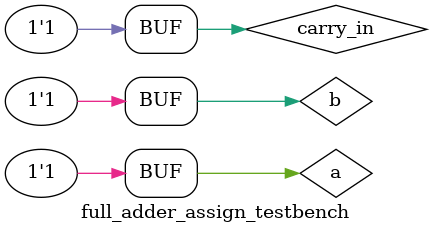
<source format=v>
module full_adder_assign_testbench;
    reg a, b, carry_in;
    wire sum, carry_out;

    full_adder_assign fa0(a, b, carry_in, sum, carry_out);

    initial begin
             a=1'b0; b=1'b0; carry_in=1'b0; //expected sum=1'b'0 & carry_out=1'b0
        #100 a=1'b0; b=1'b1; carry_in=1'b0; //expected sum=1'b'1 & carry_out=1'b0
        #100 a=1'b1; b=1'b0; carry_in=1'b0; //expected sum=1'b'1 & carry_out=1'b0
        #100 a=1'b1; b=1'b1; carry_in=1'b0; //expected sum=1'b'0 & carry_out=1'b1

        #100 a=1'b0; b=1'b0; carry_in=1'b1; //expected sum=1'b'1 & carry_out=1'b0
        #100 a=1'b0; b=1'b1; carry_in=1'b1; //expected sum=1'b'0 & carry_out=1'b1
        #100 a=1'b1; b=1'b0; carry_in=1'b1; //expected sum=1'b'0 & carry_out=1'b1
        #100 a=1'b1; b=1'b1; carry_in=1'b1; //expected sum=1'b'1 & carry_out=1'b1
    end

endmodule

</source>
